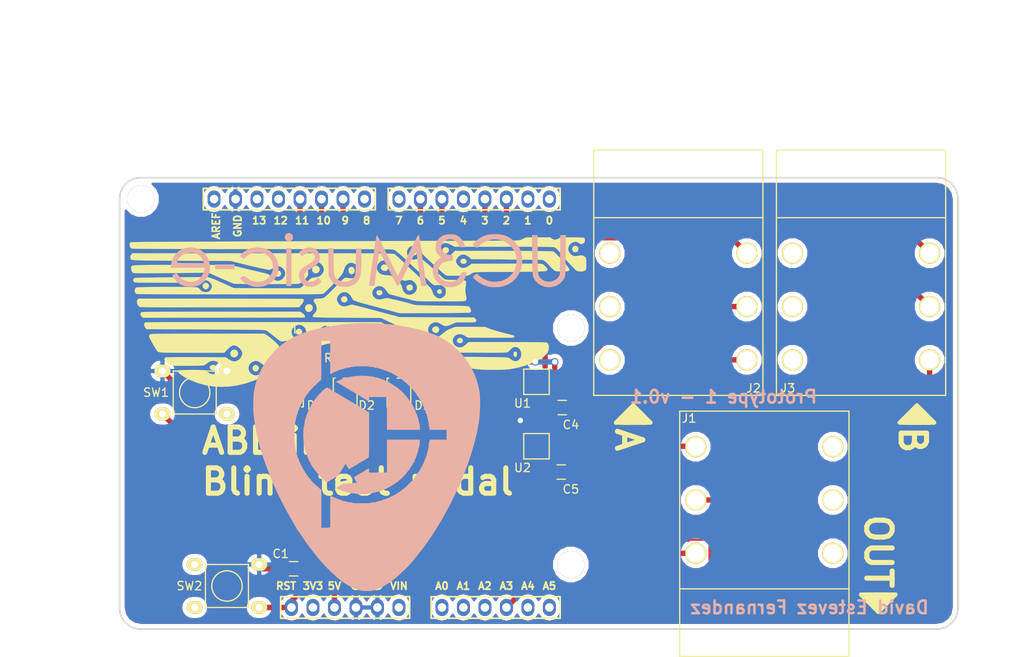
<source format=kicad_pcb>
(kicad_pcb (version 4) (host pcbnew 0.201510170916+6271~30~ubuntu14.04.1-product)
  (layers (0 F.Cu signal) (31 B.Cu signal) (34 B.Paste user) (35 F.Paste user) (36 B.SilkS user) (37 F.SilkS user) (38 B.Mask user) (39 F.Mask user) (44 Edge.Cuts user))
  (net 0 "")
  (net 1 /~RESET)
  (net 2 GND)
  (net 3 +5V)
  (net 4 +3V3)
  (net 5 /GND_OUT)
  (net 6 /RIGHT_OUT)
  (net 7 /LEFT_OUT)
  (net 8 "Net-(J1-PadSS)")
  (net 9 "Net-(J1-PadRS)")
  (net 10 "Net-(J1-PadTS)")
  (net 11 /GND_A)
  (net 12 /RIGHT_A)
  (net 13 /LEFT_A)
  (net 14 "Net-(J2-PadSS)")
  (net 15 "Net-(J2-PadRS)")
  (net 16 "Net-(J2-PadTS)")
  (net 17 /GND_B)
  (net 18 /RIGHT_B)
  (net 19 /LEFT_B)
  (net 20 "Net-(J3-PadSS)")
  (net 21 "Net-(J3-PadRS)")
  (net 22 "Net-(J3-PadTS)")
  (net 23 /LED_1_1)
  (net 24 "Net-(D1-Pad4)")
  (net 25 /LED_1_2)
  (net 26 "Net-(D1-Pad2)")
  (net 27 /LED_2_1)
  (net 28 "Net-(D2-Pad4)")
  (net 29 /LED_2_2)
  (net 30 "Net-(D2-Pad2)")
  (net 31 /LED_3_1)
  (net 32 "Net-(D3-Pad4)")
  (net 33 /LED_3_2)
  (net 34 "Net-(D3-Pad2)")
  (net 35 /FOOTSWITCH)
  (net 36 "Net-(U3-Pad4)")
  (net 37 "Net-(BRD1-Pad27)")
  (net 38 "Net-(BRD1-Pad23)")
  (net 39 /AUDIO_CNTRL)
  (net 40 "Net-(BRD1-Pad20)")
  (net 41 "Net-(BRD1-Pad18)")
  (net 42 "Net-(BRD1-Pad17)")
  (net 43 "Net-(BRD1-Pad21)")
  (net 44 "Net-(BRD1-Pad22)")
  (net 45 "Net-(BRD1-Pad5)")
  (net 46 "Net-(BRD1-Pad2)")
  (net 47 "Net-(BRD1-Pad1)")
  (net 48 "Net-(BRD1-Pad8)")
  (net 49 "Net-(BRD1-Pad14)")
  (net 50 "Net-(BRD1-Pad16)")
  (net 51 "Net-(BRD1-Pad9)")
  (module Capacitors_SMD:C_0805_HandSoldering (layer F.Cu) (at 125.984 104.648 180)
    (fp_text reference C1 (at 1.524 1.778 180) (layer F.SilkS))
    (fp_text value C hide)
    (pad 1 smd rect (at -1.25 0 180) (size 1.5 1.25) (layers F.Cu F.Paste F.Mask) (net 1 /~RESET))
    (pad 2 smd rect (at 1.25 0 180) (size 1.5 1.25) (layers F.Cu F.Paste F.Mask) (net 2 GND))
  )
  (module Capacitors_SMD:C_0805_HandSoldering (layer F.Cu) (at 132.08 104.775 180)
    (fp_text reference C2 (at -3.556 0.127 180) (layer F.SilkS))
    (fp_text value "0.1-1uF X5R" hide)
    (pad 1 smd rect (at -1.25 0 180) (size 1.5 1.25) (layers F.Cu F.Paste F.Mask) (net 2 GND))
    (pad 2 smd rect (at 1.25 0 180) (size 1.5 1.25) (layers F.Cu F.Paste F.Mask) (net 3 +5V))
  )
  (module Capacitors_SMD:C_0805_HandSoldering (layer F.Cu) (at 132.08 97.79)
    (fp_text reference C3 (at 3.556 0.254) (layer F.SilkS))
    (fp_text value "1uF X5R" hide)
    (pad 1 smd rect (at -1.25 0) (size 1.5 1.25) (layers F.Cu F.Paste F.Mask) (net 2 GND))
    (pad 2 smd rect (at 1.25 0) (size 1.5 1.25) (layers F.Cu F.Paste F.Mask) (net 4 +3V3))
  )
  (module Capacitors_SMD:C_0805_HandSoldering (layer F.Cu) (at 157.734 85.598)
    (fp_text reference C4 (at 1.016 2.032) (layer F.SilkS))
    (fp_text value 0.1uF hide)
    (pad 1 smd rect (at -1.25 0) (size 1.5 1.25) (layers F.Cu F.Paste F.Mask) (net 2 GND))
    (pad 2 smd rect (at 1.25 0) (size 1.5 1.25) (layers F.Cu F.Paste F.Mask) (net 4 +3V3))
  )
  (module Capacitors_SMD:C_0805_HandSoldering (layer F.Cu) (at 157.607 93.218)
    (fp_text reference C5 (at 1.143 2.032) (layer F.SilkS))
    (fp_text value 0.1uF hide)
    (pad 1 smd rect (at -1.25 0) (size 1.5 1.25) (layers F.Cu F.Paste F.Mask) (net 2 GND))
    (pad 2 smd rect (at 1.25 0) (size 1.5 1.25) (layers F.Cu F.Paste F.Mask) (net 4 +3V3))
  )
  (module kicad-library:Conn_Jack_Female_635_THD (layer F.Cu) (at 181.61 96.52 90)
    (fp_text reference J1 (at 9.652 -8.89 180) (layer F.SilkS))
    (fp_text value JACK_FEMALE_STEREO_6_PINS hide)
    (pad S thru_hole circle (at -6.3 -8.1 90) (size 2.5 2.5) (drill 2.1) (layers *.Cu *.Mask F.SilkS) (net 5 /GND_OUT))
    (pad R thru_hole circle (at 0 -8.1 90) (size 2.5 2.5) (drill 2.1) (layers *.Cu *.Mask F.SilkS) (net 6 /RIGHT_OUT))
    (pad T thru_hole circle (at 6.3 -8.1 90) (size 2.5 2.5) (drill 2.1) (layers *.Cu *.Mask F.SilkS) (net 7 /LEFT_OUT))
    (pad SS thru_hole circle (at -6.3 8.1 90) (size 2.5 2.5) (drill 2.1) (layers *.Cu *.Mask F.SilkS) (net 8 "Net-(J1-PadSS)"))
    (pad RS thru_hole circle (at 0 8.1 90) (size 2.5 2.5) (drill 2.1) (layers *.Cu *.Mask F.SilkS) (net 9 "Net-(J1-PadRS)"))
    (pad TS thru_hole circle (at 6.3 8.1 90) (size 2.5 2.5) (drill 2.1) (layers *.Cu *.Mask F.SilkS) (net 10 "Net-(J1-PadTS)"))
  )
  (module kicad-library:Conn_Jack_Female_635_THD (layer F.Cu) (at 171.45 73.66 270)
    (fp_text reference J2 (at 9.652 -8.89 360) (layer F.SilkS))
    (fp_text value JACK_FEMALE_STEREO_6_PINS hide)
    (pad S thru_hole circle (at -6.3 -8.1 270) (size 2.5 2.5) (drill 2.1) (layers *.Cu *.Mask F.SilkS) (net 11 /GND_A))
    (pad R thru_hole circle (at 0 -8.1 270) (size 2.5 2.5) (drill 2.1) (layers *.Cu *.Mask F.SilkS) (net 12 /RIGHT_A))
    (pad T thru_hole circle (at 6.3 -8.1 270) (size 2.5 2.5) (drill 2.1) (layers *.Cu *.Mask F.SilkS) (net 13 /LEFT_A))
    (pad SS thru_hole circle (at -6.3 8.1 270) (size 2.5 2.5) (drill 2.1) (layers *.Cu *.Mask F.SilkS) (net 14 "Net-(J2-PadSS)"))
    (pad RS thru_hole circle (at 0 8.1 270) (size 2.5 2.5) (drill 2.1) (layers *.Cu *.Mask F.SilkS) (net 15 "Net-(J2-PadRS)"))
    (pad TS thru_hole circle (at 6.3 8.1 270) (size 2.5 2.5) (drill 2.1) (layers *.Cu *.Mask F.SilkS) (net 16 "Net-(J2-PadTS)"))
  )
  (module kicad-library:Conn_Jack_Female_635_THD (layer F.Cu) (at 193.04 73.66 270)
    (fp_text reference J3 (at 9.652 8.636 360) (layer F.SilkS))
    (fp_text value JACK_FEMALE_STEREO_6_PINS hide)
    (pad S thru_hole circle (at -6.3 -8.1 270) (size 2.5 2.5) (drill 2.1) (layers *.Cu *.Mask F.SilkS) (net 17 /GND_B))
    (pad R thru_hole circle (at 0 -8.1 270) (size 2.5 2.5) (drill 2.1) (layers *.Cu *.Mask F.SilkS) (net 18 /RIGHT_B))
    (pad T thru_hole circle (at 6.3 -8.1 270) (size 2.5 2.5) (drill 2.1) (layers *.Cu *.Mask F.SilkS) (net 19 /LEFT_B))
    (pad SS thru_hole circle (at -6.3 8.1 270) (size 2.5 2.5) (drill 2.1) (layers *.Cu *.Mask F.SilkS) (net 20 "Net-(J3-PadSS)"))
    (pad RS thru_hole circle (at 0 8.1 270) (size 2.5 2.5) (drill 2.1) (layers *.Cu *.Mask F.SilkS) (net 21 "Net-(J3-PadRS)"))
    (pad TS thru_hole circle (at 6.3 8.1 270) (size 2.5 2.5) (drill 2.1) (layers *.Cu *.Mask F.SilkS) (net 22 "Net-(J3-PadTS)"))
  )
  (module Resistors_SMD:R_0805_HandSoldering (layer F.Cu) (at 139.7 76.2 270)
    (fp_text reference R1 (at 3.556 0 360) (layer F.SilkS))
    (fp_text value R hide)
    (pad 1 smd rect (at -1.35 0 270) (size 1.5 1.3) (layers F.Cu F.Paste F.Mask) (net 23 /LED_1_1))
    (pad 2 smd rect (at 1.35 0 270) (size 1.5 1.3) (layers F.Cu F.Paste F.Mask) (net 24 "Net-(D1-Pad4)"))
  )
  (module Resistors_SMD:R_0805_HandSoldering (layer F.Cu) (at 137.16 76.2 270)
    (fp_text reference R2 (at 3.556 0 360) (layer F.SilkS))
    (fp_text value R hide)
    (pad 1 smd rect (at -1.35 0 270) (size 1.5 1.3) (layers F.Cu F.Paste F.Mask) (net 25 /LED_1_2))
    (pad 2 smd rect (at 1.35 0 270) (size 1.5 1.3) (layers F.Cu F.Paste F.Mask) (net 26 "Net-(D1-Pad2)"))
  )
  (module Resistors_SMD:R_0805_HandSoldering (layer F.Cu) (at 133.35 76.2 270)
    (fp_text reference R3 (at 3.556 0.254 360) (layer F.SilkS))
    (fp_text value R hide)
    (pad 1 smd rect (at -1.35 0 270) (size 1.5 1.3) (layers F.Cu F.Paste F.Mask) (net 27 /LED_2_1))
    (pad 2 smd rect (at 1.35 0 270) (size 1.5 1.3) (layers F.Cu F.Paste F.Mask) (net 28 "Net-(D2-Pad4)"))
  )
  (module Resistors_SMD:R_0805_HandSoldering (layer F.Cu) (at 130.81 76.2 270)
    (fp_text reference R4 (at 3.556 0.254 360) (layer F.SilkS))
    (fp_text value R hide)
    (pad 1 smd rect (at -1.35 0 270) (size 1.5 1.3) (layers F.Cu F.Paste F.Mask) (net 29 /LED_2_2))
    (pad 2 smd rect (at 1.35 0 270) (size 1.5 1.3) (layers F.Cu F.Paste F.Mask) (net 30 "Net-(D2-Pad2)"))
  )
  (module Resistors_SMD:R_0805_HandSoldering (layer F.Cu) (at 127 76.2 270)
    (fp_text reference R5 (at 3.556 0 360) (layer F.SilkS))
    (fp_text value R hide)
    (pad 1 smd rect (at -1.35 0 270) (size 1.5 1.3) (layers F.Cu F.Paste F.Mask) (net 31 /LED_3_1))
    (pad 2 smd rect (at 1.35 0 270) (size 1.5 1.3) (layers F.Cu F.Paste F.Mask) (net 32 "Net-(D3-Pad4)"))
  )
  (module Resistors_SMD:R_0805_HandSoldering (layer F.Cu) (at 124.46 76.2 270)
    (fp_text reference R6 (at 3.556 1.016 360) (layer F.SilkS))
    (fp_text value R hide)
    (pad 1 smd rect (at -1.35 0 270) (size 1.5 1.3) (layers F.Cu F.Paste F.Mask) (net 33 /LED_3_2))
    (pad 2 smd rect (at 1.35 0 270) (size 1.5 1.3) (layers F.Cu F.Paste F.Mask) (net 34 "Net-(D3-Pad2)"))
  )
  (module kicad-library:Switches-Push_switch_THD (layer F.Cu) (at 114.3 83.82)
    (fp_text reference SW1 (at -4.572 0) (layer F.SilkS))
    (fp_text value SW_PUSH hide)
    (pad 2 thru_hole oval (at -3.81 2.54) (size 1.9 1.5) (drill 0.8) (layers *.Cu *.Mask F.SilkS) (net 35 /FOOTSWITCH))
    (pad 1 thru_hole oval (at -3.81 -2.54) (size 1.9 1.5) (drill 0.8) (layers *.Cu *.Mask F.SilkS) (net 2 GND))
    (pad 4 thru_hole oval (at 3.81 2.54) (size 1.9 1.5) (drill 0.8) (layers *.Cu *.Mask F.SilkS))
    (pad 3 thru_hole oval (at 3.81 -2.54) (size 1.9 1.5) (drill 0.8) (layers *.Cu *.Mask F.SilkS))
  )
  (module kicad-library:Switches-Push_switch_THD (layer F.Cu) (at 118.11 106.68 180)
    (fp_text reference SW2 (at 4.445 0 180) (layer F.SilkS))
    (fp_text value SW_PUSH hide)
    (pad 2 thru_hole oval (at -3.81 2.54 180) (size 1.9 1.5) (drill 0.8) (layers *.Cu *.Mask F.SilkS) (net 2 GND))
    (pad 1 thru_hole oval (at -3.81 -2.54 180) (size 1.9 1.5) (drill 0.8) (layers *.Cu *.Mask F.SilkS) (net 1 /~RESET))
    (pad 4 thru_hole oval (at 3.81 2.54 180) (size 1.9 1.5) (drill 0.8) (layers *.Cu *.Mask F.SilkS))
    (pad 3 thru_hole oval (at 3.81 -2.54 180) (size 1.9 1.5) (drill 0.8) (layers *.Cu *.Mask F.SilkS))
  )
  (module kicad-library:SOT-23-5 (layer F.Cu) (at 132.08 101.6 270)
    (fp_text reference U3 (at 0 -3.048 360) (layer F.SilkS))
    (fp_text value TLV70033DDCT hide)
    (pad 1 smd rect (at -0.95 1.3 270) (size 0.4 0.6) (layers F.Cu F.Paste F.Mask) (net 3 +5V))
    (pad 2 smd rect (at 0 1.3 270) (size 0.4 0.6) (layers F.Cu F.Paste F.Mask) (net 2 GND))
    (pad 3 smd rect (at 0.95 1.3 270) (size 0.4 0.6) (layers F.Cu F.Paste F.Mask) (net 3 +5V))
    (pad 4 smd rect (at 0.95 -1.3 270) (size 0.4 0.6) (layers F.Cu F.Paste F.Mask) (net 36 "Net-(U3-Pad4)"))
    (pad 5 smd rect (at -0.95 -1.3 270) (size 0.4 0.6) (layers F.Cu F.Paste F.Mask) (net 4 +3V3))
  )
  (module def-footprints:Board_Arduino_Pinout (layer F.Cu) (at 92.71 111.76)
    (fp_text reference BRD1 hide)
    (fp_text value ARDUINO_UNO hide)
    (fp_text user RST (at 32.385 -5.08 180) (layer F.SilkS) (effects (font (size 0.8636 0.8636) (thickness 0.2032))))
    (fp_text user 3V3 (at 35.56 -5.08 180) (layer F.SilkS) (effects (font (size 0.8636 0.8636) (thickness 0.2032))))
    (fp_text user 5V (at 38.1 -5.08) (layer F.SilkS) (effects (font (size 0.8636 0.8636) (thickness 0.2032))))
    (fp_text user GND (at 41.91 -5.08) (layer F.SilkS) (effects (font (size 0.8636 1.3208) (thickness 0.2032))))
    (fp_text user VIN (at 45.72 -5.08) (layer F.SilkS) (effects (font (size 0.8636 0.8636) (thickness 0.2032))))
    (fp_text user A5 (at 63.5 -5.08) (layer F.SilkS) (effects (font (size 0.8636 0.8636) (thickness 0.2032))))
    (fp_text user A4 (at 60.96 -5.08) (layer F.SilkS) (effects (font (size 0.8636 0.8636) (thickness 0.2032))))
    (fp_text user A3 (at 58.42 -5.08) (layer F.SilkS) (effects (font (size 0.8636 0.8636) (thickness 0.2032))))
    (fp_text user A2 (at 55.88 -5.08) (layer F.SilkS) (effects (font (size 0.8636 0.8636) (thickness 0.2032))))
    (fp_text user A1 (at 53.34 -5.08) (layer F.SilkS) (effects (font (size 0.8636 0.8636) (thickness 0.2032))))
    (fp_text user A0 (at 50.8 -5.08) (layer F.SilkS) (effects (font (size 0.8636 0.8636) (thickness 0.2032))))
    (fp_text user AREF (at 24.13 -47.625 90) (layer F.SilkS) (effects (font (size 0.8636 0.8636) (thickness 0.2032))))
    (fp_text user GND (at 26.67 -47.625 90) (layer F.SilkS) (effects (font (size 0.8636 0.8636) (thickness 0.2032))))
    (fp_text user 13 (at 29.21 -48.26) (layer F.SilkS) (effects (font (size 0.8636 0.8636) (thickness 0.2032))))
    (fp_text user 12 (at 31.75 -48.26) (layer F.SilkS) (effects (font (size 0.8636 0.8636) (thickness 0.2032))))
    (fp_text user 11 (at 34.29 -48.26) (layer F.SilkS) (effects (font (size 0.8636 0.8636) (thickness 0.2032))))
    (fp_text user 10 (at 36.83 -48.26) (layer F.SilkS) (effects (font (size 0.8636 0.8636) (thickness 0.2032))))
    (fp_text user 9 (at 39.37 -48.26) (layer F.SilkS) (effects (font (size 0.8636 0.8636) (thickness 0.2032))))
    (fp_text user 8 (at 41.91 -48.26) (layer F.SilkS) (effects (font (size 0.8636 0.8636) (thickness 0.2032))))
    (fp_text user 7 (at 45.72 -48.26) (layer F.SilkS) (effects (font (size 0.8636 0.8636) (thickness 0.2032))))
    (fp_text user 6 (at 48.26 -48.26) (layer F.SilkS) (effects (font (size 0.8636 0.8636) (thickness 0.2032))))
    (fp_text user 5 (at 50.8 -48.26) (layer F.SilkS) (effects (font (size 0.8636 0.8636) (thickness 0.2032))))
    (fp_text user 4 (at 53.34 -48.26) (layer F.SilkS) (effects (font (size 0.8636 0.8636) (thickness 0.2032))))
    (fp_text user 3 (at 55.88 -48.26) (layer F.SilkS) (effects (font (size 0.8636 0.8636) (thickness 0.2032))))
    (fp_text user 2 (at 58.42 -48.26) (layer F.SilkS) (effects (font (size 0.8636 0.8636) (thickness 0.2032))))
    (fp_text user 1 (at 60.96 -48.26) (layer F.SilkS) (effects (font (size 0.8636 0.8636) (thickness 0.2032))))
    (fp_text user 0 (at 63.5 -48.26) (layer F.SilkS) (effects (font (size 0.8636 0.8636) (thickness 0.2032))))
    (pad 0 thru_hole circle (at 66.04 -7.62) (size 3.2004 3.2004) (drill 3.2004) (layers *.Cu))
    (pad 0 thru_hole circle (at 66.04 -35.56) (size 3.2004 3.2004) (drill 3.2004) (layers *.Cu))
    (pad 0 thru_hole circle (at 15.24 -50.8) (size 3.2004 3.2004) (drill 3.2004) (layers *.Cu))
    (pad 26 thru_hole oval (at 38.1 -2.54) (size 1.524 2.032) (drill 1.016) (layers *.Cu *.Mask) (net 3 +5V))
    (pad 27 thru_hole oval (at 35.56 -2.54) (size 1.524 2.032) (drill 1.016) (layers *.Cu *.Mask) (net 37 "Net-(BRD1-Pad27)"))
    (pad 28 thru_hole oval (at 33.02 -2.54) (size 1.524 2.032) (drill 1.016) (layers *.Cu *.Mask) (net 1 /~RESET))
    (pad 25 thru_hole oval (at 40.64 -2.54) (size 1.524 2.032) (drill 1.016) (layers *.Cu *.Mask) (net 2 GND))
    (pad 24 thru_hole oval (at 43.18 -2.54) (size 1.524 2.032) (drill 1.016) (layers *.Cu *.Mask) (net 2 GND))
    (pad 23 thru_hole oval (at 45.72 -2.54) (size 1.524 2.032) (drill 1.016) (layers *.Cu *.Mask) (net 38 "Net-(BRD1-Pad23)"))
    (pad 19 thru_hole oval (at 58.42 -2.54) (size 1.524 2.032) (drill 1.016) (layers *.Cu *.Mask) (net 39 /AUDIO_CNTRL))
    (pad 20 thru_hole oval (at 55.88 -2.54) (size 1.524 2.032) (drill 1.016) (layers *.Cu *.Mask) (net 40 "Net-(BRD1-Pad20)"))
    (pad 18 thru_hole oval (at 60.96 -2.54) (size 1.524 2.032) (drill 1.016) (layers *.Cu *.Mask) (net 41 "Net-(BRD1-Pad18)"))
    (pad 17 thru_hole oval (at 63.5 -2.54) (size 1.524 2.032) (drill 1.016) (layers *.Cu *.Mask) (net 42 "Net-(BRD1-Pad17)"))
    (pad 21 thru_hole oval (at 53.34 -2.54) (size 1.524 2.032) (drill 1.016) (layers *.Cu *.Mask) (net 43 "Net-(BRD1-Pad21)"))
    (pad 22 thru_hole oval (at 50.8 -2.54) (size 1.524 2.032) (drill 1.016) (layers *.Cu *.Mask) (net 44 "Net-(BRD1-Pad22)"))
    (pad 4 thru_hole oval (at 55.88 -50.8) (size 1.524 2.032) (drill 1.016) (layers *.Cu *.Mask) (net 23 /LED_1_1))
    (pad 5 thru_hole oval (at 53.34 -50.8) (size 1.524 2.032) (drill 1.016) (layers *.Cu *.Mask) (net 45 "Net-(BRD1-Pad5)"))
    (pad 3 thru_hole oval (at 58.42 -50.8) (size 1.524 2.032) (drill 1.016) (layers *.Cu *.Mask) (net 35 /FOOTSWITCH))
    (pad 2 thru_hole oval (at 60.96 -50.8) (size 1.524 2.032) (drill 1.016) (layers *.Cu *.Mask) (net 46 "Net-(BRD1-Pad2)"))
    (pad 1 thru_hole oval (at 63.5 -50.8) (size 1.524 2.032) (drill 1.016) (layers *.Cu *.Mask) (net 47 "Net-(BRD1-Pad1)"))
    (pad 6 thru_hole oval (at 50.8 -50.8) (size 1.524 2.032) (drill 1.016) (layers *.Cu *.Mask) (net 25 /LED_1_2))
    (pad 7 thru_hole oval (at 48.26 -50.8) (size 1.524 2.032) (drill 1.016) (layers *.Cu *.Mask) (net 27 /LED_2_1))
    (pad 8 thru_hole oval (at 45.72 -50.8) (size 1.524 2.032) (drill 1.016) (layers *.Cu *.Mask) (net 48 "Net-(BRD1-Pad8)"))
    (pad 12 thru_hole oval (at 34.036 -50.8) (size 1.524 2.032) (drill 1.016) (layers *.Cu *.Mask) (net 33 /LED_3_2))
    (pad 13 thru_hole oval (at 31.496 -50.8) (size 1.524 2.032) (drill 1.016) (layers *.Cu *.Mask))
    (pad 14 thru_hole oval (at 28.956 -50.8) (size 1.524 2.032) (drill 1.016) (layers *.Cu *.Mask) (net 49 "Net-(BRD1-Pad14)"))
    (pad 15 thru_hole oval (at 26.416 -50.8) (size 1.524 2.032) (drill 1.016) (layers *.Cu *.Mask) (net 2 GND))
    (pad 16 thru_hole oval (at 23.876 -50.8) (size 1.524 2.032) (drill 1.016) (layers *.Cu *.Mask) (net 50 "Net-(BRD1-Pad16)"))
    (pad 11 thru_hole oval (at 36.576 -50.8) (size 1.524 2.032) (drill 1.016) (layers *.Cu *.Mask) (net 31 /LED_3_1))
    (pad 10 thru_hole oval (at 39.116 -50.8) (size 1.524 2.032) (drill 1.016) (layers *.Cu *.Mask) (net 29 /LED_2_2))
    (pad 9 thru_hole oval (at 41.656 -50.8) (size 1.524 2.032) (drill 1.016) (layers *.Cu *.Mask) (net 51 "Net-(BRD1-Pad9)"))
  )
  (module def-footprints:Led_3528_Dual_SMD (layer F.Cu) (at 138.43 83.82 270)
    (fp_text reference D1 (at 1.524 -2.794 360) (layer F.SilkS))
    (fp_text value LED_BICOLOR hide)
    (pad 1 smd rect (at 1.65 0.725 270) (size 1.4 0.75) (layers F.Cu F.Paste F.Mask) (net 2 GND))
    (pad 2 smd rect (at -1.65 0.725 270) (size 1.4 0.75) (layers F.Cu F.Paste F.Mask) (net 26 "Net-(D1-Pad2)"))
    (pad 3 smd rect (at -1.65 -0.725 270) (size 1.4 0.75) (layers F.Cu F.Paste F.Mask) (net 2 GND))
    (pad 4 smd rect (at 1.65 -0.725 270) (size 1.4 0.75) (layers F.Cu F.Paste F.Mask) (net 24 "Net-(D1-Pad4)"))
  )
  (module def-footprints:Led_3528_Dual_SMD (layer F.Cu) (at 132.08 83.82 270)
    (fp_text reference D2 (at 1.524 -2.54 360) (layer F.SilkS))
    (fp_text value LED_BICOLOR hide)
    (pad 1 smd rect (at 1.65 0.725 270) (size 1.4 0.75) (layers F.Cu F.Paste F.Mask) (net 2 GND))
    (pad 2 smd rect (at -1.65 0.725 270) (size 1.4 0.75) (layers F.Cu F.Paste F.Mask) (net 30 "Net-(D2-Pad2)"))
    (pad 3 smd rect (at -1.65 -0.725 270) (size 1.4 0.75) (layers F.Cu F.Paste F.Mask) (net 2 GND))
    (pad 4 smd rect (at 1.65 -0.725 270) (size 1.4 0.75) (layers F.Cu F.Paste F.Mask) (net 28 "Net-(D2-Pad4)"))
  )
  (module def-footprints:Led_3528_Dual_SMD (layer F.Cu) (at 125.73 83.82 270)
    (fp_text reference D3 (at 1.524 -2.794 360) (layer F.SilkS))
    (fp_text value LED_BICOLOR hide)
    (pad 1 smd rect (at 1.65 0.725 270) (size 1.4 0.75) (layers F.Cu F.Paste F.Mask) (net 2 GND))
    (pad 2 smd rect (at -1.65 0.725 270) (size 1.4 0.75) (layers F.Cu F.Paste F.Mask) (net 34 "Net-(D3-Pad2)"))
    (pad 3 smd rect (at -1.65 -0.725 270) (size 1.4 0.75) (layers F.Cu F.Paste F.Mask) (net 2 GND))
    (pad 4 smd rect (at 1.65 -0.725 270) (size 1.4 0.75) (layers F.Cu F.Paste F.Mask) (net 32 "Net-(D3-Pad4)"))
  )
  (module def-footprints:VSSOP10 (layer F.Cu) (at 154.686 82.55 90)
    (fp_text reference U1 (at -2.54 -1.651 180) (layer F.SilkS))
    (fp_text value TS5A22364 hide)
    (pad 1 smd rect (at -1 2.2 90) (size 0.3 1.45) (layers F.Cu F.Paste F.Mask) (net 4 +3V3))
    (pad 2 smd rect (at -0.5 2.2 90) (size 0.3 1.45) (layers F.Cu F.Paste F.Mask) (net 18 /RIGHT_B))
    (pad 3 smd rect (at 0 2.2 90) (size 0.3 1.45) (layers F.Cu F.Paste F.Mask) (net 6 /RIGHT_OUT))
    (pad 4 smd rect (at 0.5 2.2 90) (size 0.3 1.45) (layers F.Cu F.Paste F.Mask) (net 12 /RIGHT_A))
    (pad 5 smd rect (at 1 2.2 90) (size 0.3 1.45) (layers F.Cu F.Paste F.Mask) (net 39 /AUDIO_CNTRL))
    (pad 6 smd rect (at 1 -2.2 90) (size 0.3 1.45) (layers F.Cu F.Paste F.Mask) (net 2 GND))
    (pad 7 smd rect (at 0.5 -2.2 90) (size 0.3 1.45) (layers F.Cu F.Paste F.Mask) (net 39 /AUDIO_CNTRL))
    (pad 8 smd rect (at 0 -2.2 90) (size 0.3 1.45) (layers F.Cu F.Paste F.Mask) (net 11 /GND_A))
    (pad 9 smd rect (at -0.5 -2.2 90) (size 0.3 1.45) (layers F.Cu F.Paste F.Mask) (net 5 /GND_OUT))
    (pad 10 smd rect (at -1 -2.2 90) (size 0.3 1.45) (layers F.Cu F.Paste F.Mask) (net 17 /GND_B))
  )
  (module def-footprints:VSSOP10 (layer F.Cu) (at 154.686 90.17 90)
    (fp_text reference U2 (at -2.54 -1.651 180) (layer F.SilkS))
    (fp_text value TS5A22364 hide)
    (pad 1 smd rect (at -1 2.2 90) (size 0.3 1.45) (layers F.Cu F.Paste F.Mask) (net 4 +3V3))
    (pad 2 smd rect (at -0.5 2.2 90) (size 0.3 1.45) (layers F.Cu F.Paste F.Mask) (net 19 /LEFT_B))
    (pad 3 smd rect (at 0 2.2 90) (size 0.3 1.45) (layers F.Cu F.Paste F.Mask) (net 7 /LEFT_OUT))
    (pad 4 smd rect (at 0.5 2.2 90) (size 0.3 1.45) (layers F.Cu F.Paste F.Mask) (net 13 /LEFT_A))
    (pad 5 smd rect (at 1 2.2 90) (size 0.3 1.45) (layers F.Cu F.Paste F.Mask) (net 39 /AUDIO_CNTRL))
    (pad 6 smd rect (at 1 -2.2 90) (size 0.3 1.45) (layers F.Cu F.Paste F.Mask) (net 2 GND))
    (pad 7 smd rect (at 0.5 -2.2 90) (size 0.3 1.45) (layers F.Cu F.Paste F.Mask) (net 39 /AUDIO_CNTRL))
    (pad 8 smd rect (at 0 -2.2 90) (size 0.3 1.45) (layers F.Cu F.Paste F.Mask) (net 11 /GND_A))
    (pad 9 smd rect (at -0.5 -2.2 90) (size 0.3 1.45) (layers F.Cu F.Paste F.Mask) (net 5 /GND_OUT))
    (pad 10 smd rect (at -1 -2.2 90) (size 0.3 1.45) (layers F.Cu F.Paste F.Mask) (net 17 /GND_B))
  )
  (module def-footprints:logo_uc3music (layer B.Cu) (at 134.62 91.44 180)
    (fp_text reference G*** hide)
    (fp_text value LOGO hide)
  )
  (module def-footprints:logo_guitar_uc3music (layer F.Cu) (at 133.35 74.93 180)
    (fp_text reference G*** hide)
    (fp_text value LOGO hide)
  )
  (module def-footprints:logo_text_uc3music (layer B.Cu) (at 134.62 68.58 180)
    (fp_text reference G*** hide)
    (fp_text value LOGO hide)
  )
  (gr_text "David Estevez Fernandez" (at 186.944 109.22) (layer B.SilkS) (effects (font (size 1.5 1.5) (thickness 0.3)) (justify mirror)))
  (gr_text "Prototype 1 - v0.1" (at 176.784 84.328) (layer B.SilkS) (effects (font (size 1.5 1.5) (thickness 0.3)) (justify mirror)))
  (gr_text "ABBlind\nBlind test pedal" (at 114.808 91.948) (layer F.SilkS) (effects (font (size 3 3) (thickness 0.6)) (justify left)))
  (gr_text A (at 165.608 89.408 270) (layer F.SilkS) (effects (font (size 3 3) (thickness 0.6))))
  (gr_line (start 166.116 86.868) (end 165.608 87.376) (angle 90) (layer F.SilkS) (width 0.5))
  (gr_line (start 166.624 87.376) (end 166.116 86.868) (angle 90) (layer F.SilkS) (width 0.5))
  (gr_line (start 165.1 87.376) (end 166.624 87.376) (angle 90) (layer F.SilkS) (width 0.5))
  (gr_line (start 166.116 86.36) (end 165.1 87.376) (angle 90) (layer F.SilkS) (width 0.5))
  (gr_line (start 167.132 87.376) (end 166.116 86.36) (angle 90) (layer F.SilkS) (width 0.5))
  (gr_line (start 167.64 87.376) (end 167.132 87.376) (angle 90) (layer F.SilkS) (width 0.5))
  (gr_line (start 164.592 87.376) (end 167.64 87.376) (angle 90) (layer F.SilkS) (width 0.5))
  (gr_line (start 166.116 85.852) (end 164.592 87.376) (angle 90) (layer F.SilkS) (width 0.5))
  (gr_line (start 167.64 87.376) (end 166.116 85.852) (angle 90) (layer F.SilkS) (width 0.5))
  (gr_line (start 168.148 87.376) (end 167.64 87.376) (angle 90) (layer F.SilkS) (width 0.5))
  (gr_line (start 166.116 85.344) (end 168.148 87.376) (angle 90) (layer F.SilkS) (width 0.5))
  (gr_line (start 164.084 87.376) (end 166.116 85.344) (angle 90) (layer F.SilkS) (width 0.5))
  (gr_line (start 167.64 87.376) (end 164.084 87.376) (angle 90) (layer F.SilkS) (width 0.5))
  (gr_line (start 201.168 87.376) (end 197.612 87.376) (angle 90) (layer F.SilkS) (width 0.5))
  (gr_line (start 197.612 87.376) (end 199.644 85.344) (angle 90) (layer F.SilkS) (width 0.5))
  (gr_line (start 199.644 85.344) (end 201.676 87.376) (angle 90) (layer F.SilkS) (width 0.5))
  (gr_line (start 201.676 87.376) (end 201.168 87.376) (angle 90) (layer F.SilkS) (width 0.5))
  (gr_line (start 201.168 87.376) (end 199.644 85.852) (angle 90) (layer F.SilkS) (width 0.5))
  (gr_line (start 199.644 85.852) (end 198.12 87.376) (angle 90) (layer F.SilkS) (width 0.5))
  (gr_line (start 198.12 87.376) (end 201.168 87.376) (angle 90) (layer F.SilkS) (width 0.5))
  (gr_line (start 201.168 87.376) (end 200.66 87.376) (angle 90) (layer F.SilkS) (width 0.5))
  (gr_line (start 200.66 87.376) (end 199.644 86.36) (angle 90) (layer F.SilkS) (width 0.5))
  (gr_line (start 199.644 86.36) (end 198.628 87.376) (angle 90) (layer F.SilkS) (width 0.5))
  (gr_line (start 198.628 87.376) (end 200.152 87.376) (angle 90) (layer F.SilkS) (width 0.5))
  (gr_line (start 200.152 87.376) (end 199.644 86.868) (angle 90) (layer F.SilkS) (width 0.5))
  (gr_line (start 199.644 86.868) (end 199.136 87.376) (angle 90) (layer F.SilkS) (width 0.5))
  (gr_text B (at 199.136 89.408 270) (layer F.SilkS) (effects (font (size 3 3) (thickness 0.6))))
  (gr_line (start 195.072 108.204) (end 195.58 107.696) (angle 90) (layer F.SilkS) (width 0.5))
  (gr_line (start 194.564 107.696) (end 195.072 108.204) (angle 90) (layer F.SilkS) (width 0.5))
  (gr_line (start 196.088 107.696) (end 194.564 107.696) (angle 90) (layer F.SilkS) (width 0.5))
  (gr_line (start 195.072 108.712) (end 196.088 107.696) (angle 90) (layer F.SilkS) (width 0.5))
  (gr_line (start 194.056 107.696) (end 195.072 108.712) (angle 90) (layer F.SilkS) (width 0.5))
  (gr_line (start 193.548 107.696) (end 194.056 107.696) (angle 90) (layer F.SilkS) (width 0.5))
  (gr_line (start 196.596 107.696) (end 193.548 107.696) (angle 90) (layer F.SilkS) (width 0.5))
  (gr_line (start 195.072 109.22) (end 196.596 107.696) (angle 90) (layer F.SilkS) (width 0.5))
  (gr_line (start 193.548 107.696) (end 195.072 109.22) (angle 90) (layer F.SilkS) (width 0.5))
  (gr_line (start 193.04 107.696) (end 193.548 107.696) (angle 90) (layer F.SilkS) (width 0.5))
  (gr_line (start 195.072 109.728) (end 193.04 107.696) (angle 90) (layer F.SilkS) (width 0.5))
  (gr_line (start 197.104 107.696) (end 195.072 109.728) (angle 90) (layer F.SilkS) (width 0.5))
  (gr_line (start 193.548 107.696) (end 197.104 107.696) (angle 90) (layer F.SilkS) (width 0.5))
  (gr_text OUT (at 195.072 102.616 270) (layer F.SilkS) (effects (font (size 3 3) (thickness 0.6))))
  (gr_line (start 107.9225 58.4325) (end 201.9825 58.4325) (angle 90) (layer Edge.Cuts) (width 0.2))
  (gr_line (start 204.4825 60.9325) (end 204.4825 109.2725) (angle 90) (layer Edge.Cuts) (width 0.2))
  (gr_line (start 201.9825 111.7725) (end 107.9225 111.7725) (angle 90) (layer Edge.Cuts) (width 0.2))
  (gr_line (start 105.4225 109.2725) (end 105.4225 60.9325) (angle 90) (layer Edge.Cuts) (width 0.2))
  (gr_arc (start 201.9825 60.9325) (end 201.9825 58.4325) (angle 90) (layer Edge.Cuts) (width 0.2))
  (gr_arc (start 201.9825 109.2725) (end 204.4825 109.2725) (angle 90) (layer Edge.Cuts) (width 0.2))
  (gr_arc (start 107.9225 109.2725) (end 107.9225 111.7725) (angle 90) (layer Edge.Cuts) (width 0.2))
  (gr_arc (start 107.9225 60.9325) (end 105.4225 60.9325) (angle 90) (layer Edge.Cuts) (width 0.2))
  (segment (start 121.92 109.22) (end 125.73 109.22) (width 0.635) (layer F.Cu) (net 1))
  (segment (start 125.73 109.22) (end 125.73 108.458) (width 0.635) (layer F.Cu) (net 1))
  (segment (start 125.73 108.458) (end 127.234 106.954) (width 0.635) (layer F.Cu) (net 1))
  (segment (start 127.234 106.954) (end 127.234 104.648) (width 0.635) (layer F.Cu) (net 1))
  (segment (start 155.232102 92.202) (end 155.232102 92.71) (width 0.635) (layer F.Cu) (net 2))
  (segment (start 155.232102 92.875102) (end 155.232102 92.71) (width 0.635) (layer F.Cu) (net 2))
  (segment (start 155.232102 92.875102) (end 155.5115 93.1545) (width 0.635) (layer F.Cu) (net 2))
  (segment (start 152.781 87.122) (end 154.051 85.852) (width 0.2286) (layer F.Cu) (net 2))
  (segment (start 152.486 88.859) (end 152.486 87.417) (width 0.2286) (layer F.Cu) (net 2))
  (segment (start 152.486 87.417) (end 152.781 87.122) (width 0.2286) (layer F.Cu) (net 2))
  (segment (start 152.486 89.17) (end 152.486 88.859) (width 0.2286) (layer F.Cu) (net 2))
  (segment (start 152.222202 85.852) (end 154.051 85.852) (width 0.2286) (layer F.Cu) (net 2))
  (segment (start 152.486 88.859) (end 151.892 88.265) (width 0.2286) (layer F.Cu) (net 2))
  (segment (start 151.892 88.265) (end 151.892 86.182202) (width 0.2286) (layer F.Cu) (net 2))
  (segment (start 151.892 86.182202) (end 152.222202 85.852) (width 0.2286) (layer F.Cu) (net 2))
  (segment (start 155.067 90.551) (end 155.067 90.297) (width 0.2286) (layer F.Cu) (net 2))
  (segment (start 155.575 93.218) (end 155.5115 93.1545) (width 0.2286) (layer F.Cu) (net 2))
  (segment (start 155.5115 93.1545) (end 155.067 92.71) (width 0.2286) (layer F.Cu) (net 2))
  (segment (start 155.067 92.71) (end 155.067 92.202) (width 0.2286) (layer F.Cu) (net 2))
  (segment (start 155.067 92.202) (end 155.067 90.551) (width 0.2286) (layer F.Cu) (net 2))
  (segment (start 156.357 93.218) (end 155.575 93.218) (width 0.635) (layer F.Cu) (net 2))
  (segment (start 155.067 90.297) (end 153.94 89.17) (width 0.2286) (layer F.Cu) (net 2))
  (segment (start 154.305 85.598) (end 156.484 85.598) (width 0.2286) (layer F.Cu) (net 2))
  (segment (start 154.051 85.852) (end 154.305 85.598) (width 0.2286) (layer F.Cu) (net 2))
  (segment (start 154.686 87.122) (end 155.067 87.503) (width 0.2286) (layer F.Cu) (net 2))
  (segment (start 155.067 86.741) (end 154.686 87.122) (width 0.2286) (layer F.Cu) (net 2))
  (segment (start 154.686 87.122) (end 154.813 87.122) (width 0.2286) (layer F.Cu) (net 2))
  (segment (start 155.067 87.122) (end 154.813 87.122) (width 0.2286) (layer F.Cu) (net 2))
  (segment (start 154.813 87.122) (end 152.781 87.122) (width 0.2286) (layer F.Cu) (net 2))
  (via (at 152.781 87.122) (size 0.889) (drill 0.635) (layers F.Cu B.Cu) (net 2))
  (segment (start 135.89 104.013) (end 135.89 109.22) (width 0.2286) (layer B.Cu) (net 2))
  (segment (start 152.781 87.122) (end 135.89 104.013) (width 0.2286) (layer B.Cu) (net 2))
  (segment (start 155.067 90.297) (end 155.067 89.408) (width 0.2286) (layer F.Cu) (net 2))
  (segment (start 155.448 85.598) (end 155.067 85.979) (width 0.2286) (layer F.Cu) (net 2))
  (segment (start 155.067 85.979) (end 155.067 85.852) (width 0.2286) (layer F.Cu) (net 2))
  (segment (start 155.067 85.217) (end 155.448 85.598) (width 0.2286) (layer F.Cu) (net 2))
  (segment (start 155.448 85.598) (end 155.321 85.598) (width 0.2286) (layer F.Cu) (net 2))
  (segment (start 156.484 85.598) (end 155.321 85.598) (width 0.2286) (layer F.Cu) (net 2))
  (segment (start 155.321 85.598) (end 155.067 85.598) (width 0.2286) (layer F.Cu) (net 2))
  (segment (start 154.813 89.154) (end 155.067 89.408) (width 0.2286) (layer F.Cu) (net 2))
  (segment (start 155.067 88.773) (end 155.067 88.9) (width 0.2286) (layer F.Cu) (net 2))
  (segment (start 155.067 88.9) (end 154.813 89.154) (width 0.2286) (layer F.Cu) (net 2))
  (segment (start 154.813 89.154) (end 154.797 89.17) (width 0.2286) (layer F.Cu) (net 2))
  (segment (start 152.486 89.17) (end 153.94 89.17) (width 0.2286) (layer F.Cu) (net 2))
  (segment (start 153.94 89.17) (end 154.797 89.17) (width 0.2286) (layer F.Cu) (net 2))
  (segment (start 154.797 89.17) (end 155.067 89.17) (width 0.2286) (layer F.Cu) (net 2))
  (segment (start 155.067 89.17) (end 155.067 89.154) (width 0.2286) (layer F.Cu) (net 2))
  (segment (start 155.067 89.408) (end 155.067 89.154) (width 0.2286) (layer F.Cu) (net 2))
  (segment (start 155.067 89.154) (end 155.067 88.773) (width 0.2286) (layer F.Cu) (net 2))
  (segment (start 155.067 88.773) (end 155.067 87.503) (width 0.2286) (layer F.Cu) (net 2))
  (segment (start 155.067 87.503) (end 155.067 87.122) (width 0.2286) (layer F.Cu) (net 2))
  (segment (start 155.067 87.122) (end 155.067 86.995) (width 0.2286) (layer F.Cu) (net 2))
  (segment (start 155.067 86.233) (end 155.067 86.741) (width 0.2286) (layer F.Cu) (net 2))
  (segment (start 155.067 86.741) (end 155.067 86.995) (width 0.2286) (layer F.Cu) (net 2))
  (segment (start 155.067 86.233) (end 155.067 85.852) (width 0.2286) (layer F.Cu) (net 2))
  (segment (start 155.067 86.995) (end 155.067 86.868) (width 0.2286) (layer F.Cu) (net 2))
  (segment (start 155.067 86.868) (end 155.067 86.995) (width 0.2286) (layer F.Cu) (net 2))
  (segment (start 155.067 85.852) (end 155.067 85.598) (width 0.2286) (layer F.Cu) (net 2))
  (segment (start 155.067 85.598) (end 155.067 85.217) (width 0.2286) (layer F.Cu) (net 2))
  (segment (start 155.067 85.217) (end 155.067 85.11) (width 0.2286) (layer F.Cu) (net 2))
  (segment (start 155.067 82.55) (end 155.067 85.11) (width 0.2286) (layer F.Cu) (net 2))
  (segment (start 154.94 82.423) (end 155.067 82.55) (width 0.2286) (layer F.Cu) (net 2))
  (segment (start 154.051 81.534) (end 154.94 82.423) (width 0.2286) (layer F.Cu) (net 2))
  (segment (start 152.502 81.534) (end 154.051 81.534) (width 0.2286) (layer F.Cu) (net 2))
  (segment (start 153.186 89.17) (end 152.486 89.17) (width 0.2286) (layer F.Cu) (net 2))
  (segment (start 152.486 81.55) (end 152.502 81.534) (width 0.2286) (layer F.Cu) (net 2))
  (segment (start 131.318 101.6) (end 132.08 100.838) (width 0.635) (layer F.Cu) (net 2))
  (segment (start 132.08 100.838) (end 132.08 101.092) (width 0.635) (layer F.Cu) (net 2))
  (segment (start 131.953 102.235) (end 132.08 102.108) (width 0.635) (layer F.Cu) (net 2))
  (segment (start 132.08 102.108) (end 132.08 101.092) (width 0.635) (layer F.Cu) (net 2))
  (segment (start 132.08 99.04) (end 130.83 97.79) (width 0.635) (layer F.Cu) (net 2))
  (segment (start 132.08 101.092) (end 132.08 99.04) (width 0.635) (layer F.Cu) (net 2))
  (segment (start 131.572 101.854) (end 131.318 101.6) (width 0.635) (layer F.Cu) (net 2))
  (segment (start 131.318 101.6) (end 130.78 101.6) (width 0.635) (layer F.Cu) (net 2))
  (segment (start 131.572 101.854) (end 131.953 102.235) (width 0.635) (layer F.Cu) (net 2))
  (segment (start 131.953 102.235) (end 132.08 102.362) (width 0.635) (layer F.Cu) (net 2))
  (segment (start 132.08 103.378) (end 133.33 104.628) (width 0.635) (layer F.Cu) (net 2))
  (segment (start 132.08 102.362) (end 132.08 103.378) (width 0.635) (layer F.Cu) (net 2))
  (segment (start 133.33 104.628) (end 133.33 104.775) (width 0.635) (layer F.Cu) (net 2))
  (segment (start 133.35 109.22) (end 133.35 104.795) (width 0.635) (layer F.Cu) (net 2))
  (segment (start 133.35 104.795) (end 133.33 104.775) (width 0.635) (layer F.Cu) (net 2))
  (segment (start 124.734 104.648) (end 122.428 104.648) (width 0.635) (layer F.Cu) (net 2))
  (segment (start 122.428 104.648) (end 121.92 104.14) (width 0.635) (layer F.Cu) (net 2))
  (segment (start 125.05 86.405) (end 124.46 86.995) (width 0.635) (layer F.Cu) (net 2))
  (segment (start 125.005 86.36) (end 125.05 86.405) (width 0.635) (layer F.Cu) (net 2))
  (segment (start 125.05 86.405) (end 125.64 86.995) (width 0.635) (layer F.Cu) (net 2))
  (segment (start 125.64 86.995) (end 125.73 86.995) (width 0.635) (layer F.Cu) (net 2))
  (segment (start 131.355 86.36) (end 131.99 86.995) (width 0.635) (layer F.Cu) (net 2))
  (segment (start 131.99 86.995) (end 132.08 86.995) (width 0.635) (layer F.Cu) (net 2))
  (segment (start 131.355 86.36) (end 130.72 86.995) (width 0.635) (layer F.Cu) (net 2))
  (segment (start 130.72 86.995) (end 130.81 86.995) (width 0.635) (layer F.Cu) (net 2))
  (segment (start 137.16 86.995) (end 137.705 86.45) (width 0.635) (layer F.Cu) (net 2))
  (segment (start 137.16 86.995) (end 132.08 86.995) (width 0.635) (layer F.Cu) (net 2))
  (segment (start 137.705 86.45) (end 137.705 85.47) (width 0.635) (layer F.Cu) (net 2))
  (segment (start 131.355 85.47) (end 131.355 86.36) (width 0.635) (layer F.Cu) (net 2))
  (segment (start 131.355 86.36) (end 131.355 86.995) (width 0.635) (layer F.Cu) (net 2))
  (segment (start 131.355 86.995) (end 131.445 86.995) (width 0.635) (layer F.Cu) (net 2))
  (segment (start 125.005 85.47) (end 125.005 86.36) (width 0.635) (layer F.Cu) (net 2))
  (segment (start 125.005 86.36) (end 125.005 86.995) (width 0.635) (layer F.Cu) (net 2))
  (segment (start 125.005 86.995) (end 125.095 86.995) (width 0.635) (layer F.Cu) (net 2))
  (segment (start 132.08 86.995) (end 131.445 86.995) (width 0.635) (layer F.Cu) (net 2))
  (segment (start 131.445 86.995) (end 130.81 86.995) (width 0.635) (layer F.Cu) (net 2))
  (segment (start 130.81 86.995) (end 125.73 86.995) (width 0.635) (layer F.Cu) (net 2))
  (segment (start 125.73 86.995) (end 125.095 86.995) (width 0.635) (layer F.Cu) (net 2))
  (segment (start 113.03 83.82) (end 110.49 81.28) (width 0.635) (layer F.Cu) (net 2))
  (segment (start 119.38 83.82) (end 113.03 83.82) (width 0.635) (layer F.Cu) (net 2))
  (segment (start 122.555 86.995) (end 119.38 83.82) (width 0.635) (layer F.Cu) (net 2))
  (segment (start 124.46 86.995) (end 122.555 86.995) (width 0.635) (layer F.Cu) (net 2))
  (segment (start 125.095 86.995) (end 124.46 86.995) (width 0.635) (layer F.Cu) (net 2))
  (segment (start 137.705 85.47) (end 137.795 85.38) (width 0.635) (layer F.Cu) (net 2))
  (segment (start 137.795 85.38) (end 137.795 84.455) (width 0.635) (layer F.Cu) (net 2))
  (segment (start 137.795 84.455) (end 139.065 83.185) (width 0.635) (layer F.Cu) (net 2))
  (segment (start 139.065 83.185) (end 139.065 82.26) (width 0.635) (layer F.Cu) (net 2))
  (segment (start 139.065 82.26) (end 139.155 82.17) (width 0.635) (layer F.Cu) (net 2))
  (segment (start 131.355 85.47) (end 131.445 85.38) (width 0.635) (layer F.Cu) (net 2))
  (segment (start 131.445 85.38) (end 131.445 84.455) (width 0.635) (layer F.Cu) (net 2))
  (segment (start 131.445 84.455) (end 132.715 83.185) (width 0.635) (layer F.Cu) (net 2))
  (segment (start 132.715 83.185) (end 132.715 82.26) (width 0.635) (layer F.Cu) (net 2))
  (segment (start 132.715 82.26) (end 132.805 82.17) (width 0.635) (layer F.Cu) (net 2))
  (segment (start 125.005 85.47) (end 125.095 85.38) (width 0.635) (layer F.Cu) (net 2))
  (segment (start 125.095 85.38) (end 125.095 84.455) (width 0.635) (layer F.Cu) (net 2))
  (segment (start 125.095 84.455) (end 126.365 83.185) (width 0.635) (layer F.Cu) (net 2))
  (segment (start 126.365 83.185) (end 126.455 83.095) (width 0.635) (layer F.Cu) (net 2))
  (segment (start 126.455 83.095) (end 126.455 82.17) (width 0.635) (layer F.Cu) (net 2))
  (segment (start 126.365 83.185) (end 126.365 82.26) (width 0.25) (layer F.Cu) (net 2))
  (segment (start 126.365 82.26) (end 126.455 82.17) (width 0.25) (layer F.Cu) (net 2))
  (segment (start 156.357 93.726) (end 156.357 93.238) (width 0.2286) (layer F.Cu) (net 2))
  (segment (start 130.78 102.55) (end 130.714 102.616) (width 0.635) (layer F.Cu) (net 3))
  (segment (start 130.714 102.616) (end 129.286 102.616) (width 0.635) (layer F.Cu) (net 3))
  (segment (start 130.78 100.65) (end 130.714 100.584) (width 0.635) (layer F.Cu) (net 3))
  (segment (start 130.714 100.584) (end 129.794 100.584) (width 0.635) (layer F.Cu) (net 3))
  (segment (start 129.794 100.584) (end 129.286 101.092) (width 0.635) (layer F.Cu) (net 3))
  (segment (start 129.286 101.092) (end 129.286 102.616) (width 0.635) (layer F.Cu) (net 3))
  (segment (start 129.286 102.616) (end 129.286 103.231) (width 0.635) (layer F.Cu) (net 3))
  (segment (start 129.286 103.231) (end 130.83 104.775) (width 0.635) (layer F.Cu) (net 3))
  (segment (start 130.81 109.22) (end 130.81 104.795) (width 0.635) (layer F.Cu) (net 3))
  (segment (start 130.81 104.795) (end 130.83 104.775) (width 0.635) (layer F.Cu) (net 3))
  (segment (start 130.81 104.795) (end 130.83 104.775) (width 0.635) (layer F.Cu) (net 3))
  (segment (start 157.988 83.55) (end 157.988 83.566) (width 0.3048) (layer F.Cu) (net 4))
  (segment (start 158.984 84.562) (end 158.984 85.598) (width 0.3048) (layer F.Cu) (net 4))
  (segment (start 157.988 83.566) (end 158.984 84.562) (width 0.3048) (layer F.Cu) (net 4))
  (segment (start 157.988 83.55) (end 156.886 83.55) (width 0.2286) (layer F.Cu) (net 4))
  (segment (start 158.857 93.726) (end 158.857 91.801) (width 0.2286) (layer F.Cu) (net 4))
  (segment (start 158.857 91.801) (end 158.226 91.17) (width 0.2286) (layer F.Cu) (net 4))
  (segment (start 158.226 91.17) (end 156.886 91.17) (width 0.2286) (layer F.Cu) (net 4))
  (segment (start 156.886 83.55) (end 156.845 83.591) (width 0.2286) (layer F.Cu) (net 4))
  (segment (start 133.38 100.65) (end 133.33 100.6) (width 0.635) (layer F.Cu) (net 4))
  (segment (start 133.33 100.6) (end 133.33 97.79) (width 0.635) (layer F.Cu) (net 4))
  (segment (start 173.51 102.82) (end 168.098 102.82) (width 0.635) (layer F.Cu) (net 5))
  (segment (start 153.543 90.67) (end 153.797 90.924) (width 0.2286) (layer F.Cu) (net 5))
  (segment (start 153.797 90.924) (end 153.797 91.821) (width 0.2286) (layer F.Cu) (net 5))
  (segment (start 153.543 90.67) (end 152.486 90.67) (width 0.2286) (layer F.Cu) (net 5))
  (segment (start 153.797 94.742) (end 153.797 91.821) (width 0.635) (layer F.Cu) (net 5))
  (segment (start 155.448 96.393) (end 153.797 94.742) (width 0.635) (layer F.Cu) (net 5))
  (segment (start 161.671 96.393) (end 155.448 96.393) (width 0.635) (layer F.Cu) (net 5))
  (segment (start 168.098 102.82) (end 161.671 96.393) (width 0.635) (layer F.Cu) (net 5))
  (segment (start 151.376 90.67) (end 150.741 90.67) (width 0.2286) (layer F.Cu) (net 5))
  (segment (start 150.114 90.043) (end 150.114 89.408) (width 0.2286) (layer F.Cu) (net 5))
  (segment (start 150.741 90.67) (end 150.114 90.043) (width 0.2286) (layer F.Cu) (net 5))
  (segment (start 153.67 83.312) (end 153.408 83.05) (width 0.2286) (layer F.Cu) (net 5))
  (segment (start 153.416 83.058) (end 153.416 83.05) (width 0.2286) (layer F.Cu) (net 5))
  (segment (start 153.408 83.05) (end 153.416 83.058) (width 0.2286) (layer F.Cu) (net 5))
  (segment (start 153.67 84.074) (end 153.67 83.312) (width 0.2286) (layer F.Cu) (net 5))
  (segment (start 152.486 83.05) (end 153.416 83.05) (width 0.2286) (layer F.Cu) (net 5))
  (segment (start 150.114 89.408) (end 150.114 85.598) (width 0.2286) (layer F.Cu) (net 5))
  (segment (start 150.114 85.598) (end 151.384 84.328) (width 0.2286) (layer F.Cu) (net 5))
  (segment (start 151.384 84.328) (end 153.416 84.328) (width 0.2286) (layer F.Cu) (net 5))
  (segment (start 153.416 84.328) (end 153.67 84.074) (width 0.2286) (layer F.Cu) (net 5))
  (segment (start 151.376 90.67) (end 152.486 90.67) (width 0.2286) (layer F.Cu) (net 5))
  (segment (start 164.084 82.55) (end 159.131 82.55) (width 0.635) (layer F.Cu) (net 6))
  (segment (start 184.785 76.454) (end 186.563 76.454) (width 0.635) (layer F.Cu) (net 6))
  (segment (start 164.084 82.55) (end 168.91 77.724) (width 0.635) (layer F.Cu) (net 6))
  (segment (start 177.927 96.52) (end 173.51 96.52) (width 0.635) (layer F.Cu) (net 6))
  (segment (start 156.886 82.55) (end 159.131 82.55) (width 0.2286) (layer F.Cu) (net 6))
  (segment (start 184.785 76.454) (end 170.18 76.454) (width 0.635) (layer F.Cu) (net 6))
  (segment (start 170.18 76.454) (end 168.91 77.724) (width 0.635) (layer F.Cu) (net 6))
  (segment (start 186.563 76.454) (end 188.468 78.359) (width 0.635) (layer F.Cu) (net 6))
  (segment (start 188.468 78.359) (end 188.468 85.979) (width 0.635) (layer F.Cu) (net 6))
  (segment (start 188.468 85.979) (end 177.927 96.52) (width 0.635) (layer F.Cu) (net 6))
  (segment (start 173.51 90.22) (end 173.46 90.17) (width 0.635) (layer F.Cu) (net 7))
  (segment (start 173.46 90.17) (end 161.417 90.17) (width 0.635) (layer F.Cu) (net 7))
  (segment (start 156.886 90.17) (end 161.417 90.17) (width 0.2286) (layer F.Cu) (net 7))
  (segment (start 161.417 90.17) (end 173.46 90.17) (width 0.2286) (layer F.Cu) (net 7))
  (segment (start 173.46 90.17) (end 173.51 90.22) (width 0.2286) (layer F.Cu) (net 7))
  (segment (start 157.48 69.088) (end 161.036 65.532) (width 0.635) (layer F.Cu) (net 11))
  (segment (start 177.722 65.532) (end 179.55 67.36) (width 0.635) (layer F.Cu) (net 11))
  (segment (start 161.036 65.532) (end 177.722 65.532) (width 0.635) (layer F.Cu) (net 11))
  (segment (start 157.48 69.088) (end 156.464 70.104) (width 0.635) (layer F.Cu) (net 11))
  (segment (start 150.876 82.55) (end 150.114 81.788) (width 0.635) (layer F.Cu) (net 11))
  (segment (start 155.194 71.374) (end 156.464 70.104) (width 0.635) (layer F.Cu) (net 11))
  (segment (start 152.486 82.55) (end 150.876 82.55) (width 0.2286) (layer F.Cu) (net 11))
  (segment (start 150.114 76.454) (end 155.194 71.374) (width 0.635) (layer F.Cu) (net 11))
  (segment (start 150.114 81.788) (end 150.114 76.454) (width 0.635) (layer F.Cu) (net 11))
  (segment (start 151.522582 90.17) (end 151.003 90.17) (width 0.2286) (layer F.Cu) (net 11))
  (segment (start 150.691291 89.858291) (end 150.691291 89.338709) (width 0.2286) (layer F.Cu) (net 11))
  (segment (start 151.003 90.17) (end 150.691291 89.858291) (width 0.2286) (layer F.Cu) (net 11))
  (segment (start 152.486 90.17) (end 151.522582 90.17) (width 0.2286) (layer F.Cu) (net 11))
  (segment (start 153.67 82.55) (end 152.486 82.55) (width 0.2286) (layer F.Cu) (net 11))
  (segment (start 150.691291 89.338709) (end 150.691291 85.782709) (width 0.2286) (layer F.Cu) (net 11))
  (segment (start 150.691291 85.782709) (end 151.638 84.836) (width 0.2286) (layer F.Cu) (net 11))
  (segment (start 151.638 84.836) (end 153.554582 84.836) (width 0.2286) (layer F.Cu) (net 11))
  (segment (start 153.554582 84.836) (end 154.127202 84.26338) (width 0.2286) (layer F.Cu) (net 11))
  (segment (start 154.127202 84.26338) (end 154.127202 83.007202) (width 0.2286) (layer F.Cu) (net 11))
  (segment (start 154.127202 83.007202) (end 153.67 82.55) (width 0.2286) (layer F.Cu) (net 11))
  (segment (start 166.878 73.66) (end 159.131 81.407) (width 0.635) (layer F.Cu) (net 12))
  (segment (start 157.98 82.05) (end 158.488 82.05) (width 0.2286) (layer F.Cu) (net 12))
  (segment (start 158.488 82.05) (end 159.131 81.407) (width 0.2286) (layer F.Cu) (net 12))
  (segment (start 156.886 82.05) (end 157.98 82.05) (width 0.2286) (layer F.Cu) (net 12))
  (segment (start 166.878 73.66) (end 179.55 73.66) (width 0.635) (layer F.Cu) (net 12))
  (segment (start 169.549 80.014) (end 160.917 88.646) (width 0.635) (layer F.Cu) (net 13))
  (segment (start 159.893 89.67) (end 160.917 88.646) (width 0.2286) (layer F.Cu) (net 13))
  (segment (start 156.886 89.67) (end 159.893 89.67) (width 0.2286) (layer F.Cu) (net 13))
  (segment (start 169.549 80.014) (end 169.603 79.96) (width 0.2286) (layer F.Cu) (net 13))
  (segment (start 169.603 79.96) (end 179.55 79.96) (width 0.635) (layer F.Cu) (net 13))
  (segment (start 150.114 91.186) (end 150.271102 91.343102) (width 0.635) (layer F.Cu) (net 17))
  (segment (start 149.225 90.297) (end 150.114 91.186) (width 0.635) (layer F.Cu) (net 17))
  (segment (start 149.225 84.201) (end 149.225 90.297) (width 0.635) (layer F.Cu) (net 17))
  (segment (start 150.271102 91.343102) (end 151.13 91.343102) (width 0.635) (layer F.Cu) (net 17))
  (segment (start 149.225 84.201) (end 149.86 83.566) (width 0.635) (layer F.Cu) (net 17))
  (segment (start 149.86 83.566) (end 149.86 83.55) (width 0.635) (layer F.Cu) (net 17))
  (segment (start 149.225 83.566) (end 151.257 83.566) (width 0.635) (layer F.Cu) (net 17))
  (segment (start 151.257 83.566) (end 151.257 83.55) (width 0.635) (layer F.Cu) (net 17))
  (segment (start 149.225 82.915) (end 149.225 83.566) (width 0.635) (layer F.Cu) (net 17))
  (segment (start 149.225 83.566) (end 149.225 84.201) (width 0.635) (layer F.Cu) (net 17))
  (segment (start 201.14 67.36) (end 198.423 64.643) (width 0.635) (layer F.Cu) (net 17))
  (segment (start 149.225 82.915) (end 149.86 83.55) (width 0.635) (layer F.Cu) (net 17))
  (segment (start 149.225 76.073) (end 149.225 82.915) (width 0.635) (layer F.Cu) (net 17))
  (segment (start 160.655 64.643) (end 149.225 76.073) (width 0.635) (layer F.Cu) (net 17))
  (segment (start 198.423 64.643) (end 160.655 64.643) (width 0.635) (layer F.Cu) (net 17))
  (segment (start 150.368 83.55) (end 149.86 83.55) (width 0.2286) (layer F.Cu) (net 17))
  (segment (start 150.368 83.55) (end 151.257 83.55) (width 0.2286) (layer F.Cu) (net 17))
  (segment (start 151.257 83.55) (end 152.486 83.55) (width 0.2286) (layer F.Cu) (net 17))
  (segment (start 151.257 91.17) (end 150.352 91.17) (width 0.2286) (layer F.Cu) (net 17))
  (segment (start 152.486 91.17) (end 151.257 91.17) (width 0.2286) (layer F.Cu) (net 17))
  (segment (start 149.86 83.566) (end 149.606 83.312) (width 0.2286) (layer F.Cu) (net 17))
  (segment (start 149.86 83.55) (end 149.606 83.55) (width 0.2286) (layer F.Cu) (net 17))
  (segment (start 149.606 83.566) (end 149.606 83.312) (width 0.2286) (layer F.Cu) (net 17))
  (segment (start 149.606 83.55) (end 149.606 83.566) (width 0.2286) (layer F.Cu) (net 17))
  (segment (start 149.86 83.566) (end 149.86 83.55) (width 0.2286) (layer F.Cu) (net 17))
  (segment (start 155.702 80.772) (end 155.702 82.796) (width 0.3048) (layer F.Cu) (net 18))
  (segment (start 155.702 80.772) (end 155.702 74.549) (width 0.635) (layer F.Cu) (net 18))
  (segment (start 155.956 83.05) (end 155.702 82.796) (width 0.2286) (layer F.Cu) (net 18))
  (segment (start 156.886 83.05) (end 155.956 83.05) (width 0.2286) (layer F.Cu) (net 18))
  (segment (start 158.75 71.374) (end 159.766 70.358) (width 0.635) (layer F.Cu) (net 18))
  (segment (start 197.838 70.358) (end 201.14 73.66) (width 0.635) (layer F.Cu) (net 18))
  (segment (start 159.766 70.358) (end 197.838 70.358) (width 0.635) (layer F.Cu) (net 18))
  (segment (start 155.702 74.422) (end 155.702 74.549) (width 0.2286) (layer F.Cu) (net 18))
  (segment (start 155.702 74.549) (end 155.702 74.422) (width 0.2286) (layer F.Cu) (net 18))
  (segment (start 155.702 74.422) (end 158.75 71.374) (width 0.635) (layer F.Cu) (net 18))
  (segment (start 169.799 99.314) (end 169.037 98.552) (width 0.2286) (layer F.Cu) (net 19))
  (segment (start 169.037 98.552) (end 168.783 98.552) (width 0.2286) (layer F.Cu) (net 19))
  (segment (start 169.672 99.441) (end 169.799 99.314) (width 0.2286) (layer F.Cu) (net 19))
  (segment (start 176.022 99.314) (end 176.022 99.441) (width 0.2286) (layer F.Cu) (net 19))
  (segment (start 169.799 99.314) (end 176.022 99.314) (width 0.2286) (layer F.Cu) (net 19))
  (segment (start 169.672 99.441) (end 168.783 98.552) (width 0.2286) (layer F.Cu) (net 19))
  (segment (start 159.766 90.678) (end 158.242 90.678) (width 0.2286) (layer F.Cu) (net 19))
  (segment (start 161.29 91.059) (end 168.5925 98.3615) (width 0.635) (layer F.Cu) (net 19))
  (segment (start 158.242 90.678) (end 158.234 90.67) (width 0.2286) (layer F.Cu) (net 19))
  (segment (start 158.234 90.67) (end 156.886 90.67) (width 0.2286) (layer F.Cu) (net 19))
  (segment (start 168.783 98.552) (end 168.5925 98.3615) (width 0.635) (layer F.Cu) (net 19))
  (segment (start 160.909 90.678) (end 159.766 90.678) (width 0.2286) (layer F.Cu) (net 19))
  (segment (start 161.29 91.059) (end 160.909 90.678) (width 0.2286) (layer F.Cu) (net 19))
  (segment (start 176.276 99.441) (end 169.672 99.441) (width 0.2286) (layer F.Cu) (net 19))
  (segment (start 182.245 99.187) (end 181.991 99.441) (width 0.635) (layer F.Cu) (net 19))
  (segment (start 181.991 99.441) (end 176.022 99.441) (width 0.635) (layer F.Cu) (net 19))
  (segment (start 176.022 99.441) (end 176.276 99.441) (width 0.635) (layer F.Cu) (net 19))
  (segment (start 181.991 99.441) (end 177.038 99.441) (width 0.2286) (layer F.Cu) (net 19))
  (segment (start 177.038 99.441) (end 176.657 99.441) (width 0.2286) (layer F.Cu) (net 19))
  (segment (start 176.276 99.441) (end 176.657 99.441) (width 0.2286) (layer F.Cu) (net 19))
  (segment (start 182.88 98.552) (end 187.833 93.599) (width 0.635) (layer F.Cu) (net 19))
  (segment (start 187.833 93.599) (end 191.516 93.599) (width 0.635) (layer F.Cu) (net 19))
  (segment (start 191.516 93.599) (end 201.14 83.975) (width 0.635) (layer F.Cu) (net 19))
  (segment (start 201.14 79.96) (end 201.14 83.975) (width 0.635) (layer F.Cu) (net 19))
  (segment (start 176.657 99.441) (end 181.991 99.441) (width 0.2286) (layer F.Cu) (net 19))
  (segment (start 182.245 99.187) (end 182.88 98.552) (width 0.635) (layer F.Cu) (net 19))
  (segment (start 139.7 74.85) (end 139.7 71.755) (width 0.635) (layer F.Cu) (net 23))
  (segment (start 148.59 62.865) (end 148.59 60.96) (width 0.635) (layer F.Cu) (net 23))
  (segment (start 139.7 71.755) (end 148.59 62.865) (width 0.635) (layer F.Cu) (net 23))
  (segment (start 139.155 85.47) (end 140.97 83.655) (width 0.635) (layer F.Cu) (net 24))
  (segment (start 140.97 78.82) (end 139.7 77.55) (width 0.635) (layer F.Cu) (net 24))
  (segment (start 140.97 83.655) (end 140.97 78.82) (width 0.635) (layer F.Cu) (net 24))
  (segment (start 137.16 74.85) (end 137.16 71.755) (width 0.635) (layer F.Cu) (net 25))
  (segment (start 143.51 65.405) (end 143.51 60.96) (width 0.635) (layer F.Cu) (net 25))
  (segment (start 137.16 71.755) (end 143.51 65.405) (width 0.635) (layer F.Cu) (net 25))
  (segment (start 137.705 82.17) (end 137.16 81.625) (width 0.635) (layer F.Cu) (net 26))
  (segment (start 137.16 81.625) (end 137.16 77.55) (width 0.635) (layer F.Cu) (net 26))
  (segment (start 133.35 74.85) (end 133.35 73.025) (width 0.635) (layer F.Cu) (net 27))
  (segment (start 140.97 65.405) (end 140.97 60.96) (width 0.635) (layer F.Cu) (net 27))
  (segment (start 133.35 73.025) (end 140.97 65.405) (width 0.635) (layer F.Cu) (net 27))
  (segment (start 132.805 85.47) (end 134.455 83.82) (width 0.635) (layer F.Cu) (net 28))
  (segment (start 134.455 78.655) (end 133.35 77.55) (width 0.635) (layer F.Cu) (net 28))
  (segment (start 134.455 83.82) (end 134.455 78.655) (width 0.635) (layer F.Cu) (net 28))
  (segment (start 130.81 74.85) (end 130.81 73.025) (width 0.635) (layer F.Cu) (net 29))
  (segment (start 131.826 72.009) (end 131.826 60.96) (width 0.635) (layer F.Cu) (net 29))
  (segment (start 130.81 73.025) (end 131.826 72.009) (width 0.635) (layer F.Cu) (net 29))
  (segment (start 132.08 61.214) (end 131.826 60.96) (width 0.635) (layer F.Cu) (net 29))
  (segment (start 131.355 82.17) (end 130.81 81.625) (width 0.635) (layer F.Cu) (net 30))
  (segment (start 130.81 81.625) (end 130.81 77.55) (width 0.635) (layer F.Cu) (net 30))
  (segment (start 127 74.85) (end 127 73.66) (width 0.635) (layer F.Cu) (net 31))
  (segment (start 129.286 71.374) (end 129.286 60.96) (width 0.635) (layer F.Cu) (net 31))
  (segment (start 127 73.66) (end 129.286 71.374) (width 0.635) (layer F.Cu) (net 31))
  (segment (start 126.455 85.47) (end 128.105 83.82) (width 0.635) (layer F.Cu) (net 32))
  (segment (start 128.105 78.655) (end 127 77.55) (width 0.635) (layer F.Cu) (net 32))
  (segment (start 128.105 83.82) (end 128.105 78.655) (width 0.635) (layer F.Cu) (net 32))
  (segment (start 124.46 74.85) (end 124.46 73.66) (width 0.635) (layer F.Cu) (net 33))
  (segment (start 126.746 71.374) (end 126.746 60.96) (width 0.635) (layer F.Cu) (net 33))
  (segment (start 124.46 73.66) (end 126.746 71.374) (width 0.635) (layer F.Cu) (net 33))
  (segment (start 125.005 82.17) (end 124.46 81.625) (width 0.635) (layer F.Cu) (net 34))
  (segment (start 124.46 81.625) (end 124.46 77.55) (width 0.635) (layer F.Cu) (net 34))
  (segment (start 140.589 89.408) (end 143.51 86.487) (width 0.635) (layer F.Cu) (net 35))
  (segment (start 143.51 86.487) (end 143.51 71.12) (width 0.635) (layer F.Cu) (net 35))
  (segment (start 110.49 86.36) (end 113.538 89.408) (width 0.635) (layer F.Cu) (net 35))
  (segment (start 113.538 89.408) (end 140.589 89.408) (width 0.635) (layer F.Cu) (net 35))
  (segment (start 151.13 60.96) (end 151.13 63.5) (width 0.635) (layer F.Cu) (net 35))
  (segment (start 143.51 71.12) (end 151.13 63.5) (width 0.635) (layer F.Cu) (net 35))
  (segment (start 157.607 94.615) (end 157.111698 95.110302) (width 0.3048) (layer F.Cu) (net 39))
  (segment (start 157.111698 95.110302) (end 157.111698 95.25) (width 0.3048) (layer F.Cu) (net 39))
  (segment (start 157.607 94.615) (end 158.115 95.123) (width 0.3048) (layer F.Cu) (net 39))
  (segment (start 158.115 95.123) (end 158.115 95.25) (width 0.3048) (layer F.Cu) (net 39))
  (segment (start 157.607 94.488) (end 157.607 94.615) (width 0.3048) (layer F.Cu) (net 39))
  (segment (start 157.607 94.615) (end 157.607 95.25) (width 0.3048) (layer F.Cu) (net 39))
  (segment (start 157.607 95.25) (end 157.6705 95.25) (width 0.3048) (layer F.Cu) (net 39))
  (segment (start 157.607 94.488) (end 157.607 92.075) (width 0.3048) (layer F.Cu) (net 39))
  (segment (start 157.607 92.075) (end 157.353 91.821) (width 0.3048) (layer F.Cu) (net 39))
  (segment (start 157.353 91.821) (end 156.083 91.821) (width 0.3048) (layer F.Cu) (net 39))
  (segment (start 174.625 101.219) (end 174.879 101.219) (width 0.2286) (layer F.Cu) (net 39))
  (segment (start 174.879 101.219) (end 175.26 101.6) (width 0.2286) (layer F.Cu) (net 39))
  (segment (start 168.402 101.219) (end 168.529 101.346) (width 0.2286) (layer F.Cu) (net 39))
  (segment (start 168.529 101.346) (end 172.72 101.346) (width 0.2286) (layer F.Cu) (net 39))
  (segment (start 150.990302 80.784698) (end 151.003 80.797396) (width 0.635) (layer F.Cu) (net 39))
  (segment (start 151.003 80.797396) (end 151.003 81.407) (width 0.635) (layer F.Cu) (net 39))
  (segment (start 151.13 80.645) (end 150.990302 80.784698) (width 0.635) (layer F.Cu) (net 39))
  (segment (start 151.5745 80.2005) (end 150.990302 80.784698) (width 0.635) (layer F.Cu) (net 39))
  (segment (start 151.892 80.2005) (end 151.5745 80.2005) (width 0.635) (layer F.Cu) (net 39))
  (segment (start 154.559 80.2005) (end 151.892 80.2005) (width 0.635) (layer F.Cu) (net 39))
  (via (at 154.559 80.2005) (size 0.889) (drill 0.635) (layers F.Cu B.Cu) (net 39))
  (segment (start 156.845 80.2005) (end 154.559 80.2005) (width 0.635) (layer B.Cu) (net 39))
  (via (at 156.845 80.2005) (size 0.889) (drill 0.635) (layers F.Cu B.Cu) (net 39))
  (segment (start 156.845 80.899) (end 156.845 81.509) (width 0.2286) (layer F.Cu) (net 39))
  (segment (start 156.845 80.2005) (end 156.845 80.899) (width 0.635) (layer F.Cu) (net 39))
  (segment (start 151.392 82.05) (end 151.3205 81.9785) (width 0.2286) (layer F.Cu) (net 39))
  (segment (start 151.13 80.645) (end 150.876 80.899) (width 0.2286) (layer F.Cu) (net 39))
  (segment (start 150.876 80.899) (end 150.876 81.534) (width 0.2286) (layer F.Cu) (net 39))
  (segment (start 150.876 81.534) (end 151.3205 81.9785) (width 0.2286) (layer F.Cu) (net 39))
  (segment (start 152.486 82.05) (end 151.392 82.05) (width 0.2286) (layer F.Cu) (net 39))
  (segment (start 157.6705 95.25) (end 157.111698 95.25) (width 0.635) (layer F.Cu) (net 39))
  (segment (start 157.111698 95.25) (end 158.115 95.25) (width 0.635) (layer F.Cu) (net 39))
  (segment (start 157.734 95.25) (end 157.6705 95.25) (width 0.635) (layer F.Cu) (net 39))
  (segment (start 157.099 95.25) (end 155.803604 95.25) (width 0.635) (layer F.Cu) (net 39))
  (segment (start 154.673302 94.119698) (end 154.673302 94.005396) (width 0.635) (layer F.Cu) (net 39))
  (segment (start 155.803604 95.25) (end 154.673302 94.119698) (width 0.635) (layer F.Cu) (net 39))
  (segment (start 168.402 101.219) (end 172.339 101.219) (width 0.2286) (layer F.Cu) (net 39))
  (segment (start 168.402 101.219) (end 167.767 100.584) (width 0.635) (layer F.Cu) (net 39))
  (segment (start 162.433 95.25) (end 167.767 100.584) (width 0.635) (layer F.Cu) (net 39))
  (segment (start 158.115 95.25) (end 162.433 95.25) (width 0.635) (layer F.Cu) (net 39))
  (segment (start 153.035 107.315) (end 151.13 109.22) (width 0.635) (layer F.Cu) (net 39))
  (segment (start 175.3235 104.8385) (end 172.847 107.315) (width 0.635) (layer F.Cu) (net 39))
  (segment (start 175.3235 101.9175) (end 174.625 101.219) (width 0.2286) (layer F.Cu) (net 39))
  (segment (start 174.625 101.219) (end 172.339 101.219) (width 0.2286) (layer F.Cu) (net 39))
  (segment (start 175.3235 104.8385) (end 175.3235 101.9175) (width 0.635) (layer F.Cu) (net 39))
  (segment (start 153.035 107.315) (end 172.847 107.315) (width 0.635) (layer F.Cu) (net 39))
  (segment (start 157.353 91.821) (end 156.083 91.821) (width 0.2286) (layer F.Cu) (net 39))
  (segment (start 157.607 92.075) (end 157.353 91.821) (width 0.2286) (layer F.Cu) (net 39))
  (segment (start 152.486 89.67) (end 153.424 89.67) (width 0.2286) (layer F.Cu) (net 39))
  (segment (start 153.424 89.67) (end 154.559 90.805) (width 0.2286) (layer F.Cu) (net 39))
  (segment (start 154.559 90.805) (end 154.559 94.234) (width 0.2286) (layer F.Cu) (net 39))
  (segment (start 157.48 94.869) (end 157.48 95.123) (width 0.2286) (layer F.Cu) (net 39))
  (segment (start 157.607 94.742) (end 157.607 94.488) (width 0.2286) (layer F.Cu) (net 39))
  (segment (start 157.48 94.869) (end 157.607 94.742) (width 0.2286) (layer F.Cu) (net 39))
  (segment (start 157.099 95.25) (end 157.48 94.869) (width 0.2286) (layer F.Cu) (net 39))
  (segment (start 156.083 91.821) (end 155.702 91.44) (width 0.2286) (layer F.Cu) (net 39))
  (segment (start 156.886 81.55) (end 156.845 81.509) (width 0.2286) (layer F.Cu) (net 39))
  (segment (start 154.584404 82.778596) (end 153.855808 82.05) (width 0.2286) (layer F.Cu) (net 39))
  (segment (start 153.797 85.344) (end 154.584404 84.556596) (width 0.2286) (layer F.Cu) (net 39))
  (segment (start 151.892 85.344) (end 153.797 85.344) (width 0.2286) (layer F.Cu) (net 39))
  (segment (start 151.257 85.979) (end 151.892 85.344) (width 0.2286) (layer F.Cu) (net 39))
  (segment (start 151.257 89.535) (end 151.257 85.979) (width 0.2286) (layer F.Cu) (net 39))
  (segment (start 151.392 89.67) (end 151.257 89.535) (width 0.2286) (layer F.Cu) (net 39))
  (segment (start 152.486 89.67) (end 151.392 89.67) (width 0.2286) (layer F.Cu) (net 39))
  (segment (start 153.797 82.05) (end 152.486 82.05) (width 0.2286) (layer F.Cu) (net 39))
  (segment (start 154.584404 82.778596) (end 154.584404 84.556596) (width 0.2286) (layer F.Cu) (net 39))
  (segment (start 153.855808 82.05) (end 153.805 82.05) (width 0.2286) (layer F.Cu) (net 39))
  (segment (start 153.805 82.05) (end 153.797 82.042) (width 0.2286) (layer F.Cu) (net 39))
  (segment (start 153.797 82.042) (end 153.797 82.05) (width 0.2286) (layer F.Cu) (net 39))
  (segment (start 155.702 89.408) (end 155.94 89.17) (width 0.2286) (layer F.Cu) (net 39))
  (segment (start 155.94 89.17) (end 156.886 89.17) (width 0.2286) (layer F.Cu) (net 39))
  (segment (start 155.702 91.44) (end 155.702 89.408) (width 0.2286) (layer F.Cu) (net 39))
  (segment (start 157.099 95.25) (end 157.734 95.25) (width 0.2286) (layer F.Cu) (net 39))
  (segment (start 157.734 95.25) (end 157.861 95.25) (width 0.2286) (layer F.Cu) (net 39))
  (segment (start 157.861 95.25) (end 158.115 95.25) (width 0.2286) (layer F.Cu) (net 39))
  (zone (net 2) (net_name GND) (layer B.Cu) (connect_pads (clearance 0.508)) (min_thickness 0.254) (fill yes (arc_segments 16) (thermal_gap 0.508) (thermal_bridge_width 0.508))
    (polygon (pts (xy 204.47 111.76) (xy 105.41 111.76) (xy 105.41 58.42) (xy 204.47 58.42) (xy 204.47 111.76)))
  )
  (zone (net 4) (net_name +3V3) (layer F.Cu) (connect_pads (clearance 0.508)) (min_thickness 0.254) (fill yes (arc_segments 16) (thermal_gap 0.508) (thermal_bridge_width 0.508))
    (polygon (pts (xy 204.47 60.325) (xy 204.47 109.855) (xy 202.565 111.76) (xy 107.315 111.76) (xy 105.41 109.855) (xy 105.41 60.325) (xy 107.315 58.42) (xy 202.565 58.42) (xy 204.47 60.325)))
    (polygon (pts (xy 152.4 81.534) (xy 150.876 84.582) (xy 150.876 91.44) (xy 153.67 91.44) (xy 155.194 92.456) (xy 157.988 92.456) (xy 157.988 89.154) (xy 155.956 89.154) (xy 155.956 86.868) (xy 157.988 86.868) (xy 157.988 84.582) (xy 157.226 84.328) (xy 155.702 81.534) (xy 152.4 81.534)))
  )
  (zone (net 2) (net_name GND) (layer F.Cu) (connect_pads (clearance 0.508)) (min_thickness 0.254) (fill yes (arc_segments 16) (thermal_gap 0.508) (thermal_bridge_width 0.508))
    (polygon (pts (xy 151.892 89.154) (xy 153.67 89.154) (xy 154.94 90.424) (xy 155.448 90.424) (xy 155.448 87.122) (xy 155.448 86.614) (xy 155.956 85.852) (xy 155.956 85.09) (xy 155.448 84.836) (xy 155.448 84.582) (xy 155.194 83.312) (xy 154.94 83.312) (xy 153.924 85.598) (xy 152.146 85.598) (xy 151.638 86.106) (xy 151.638 88.646) (xy 151.892 89.154)))
  )
)
</source>
